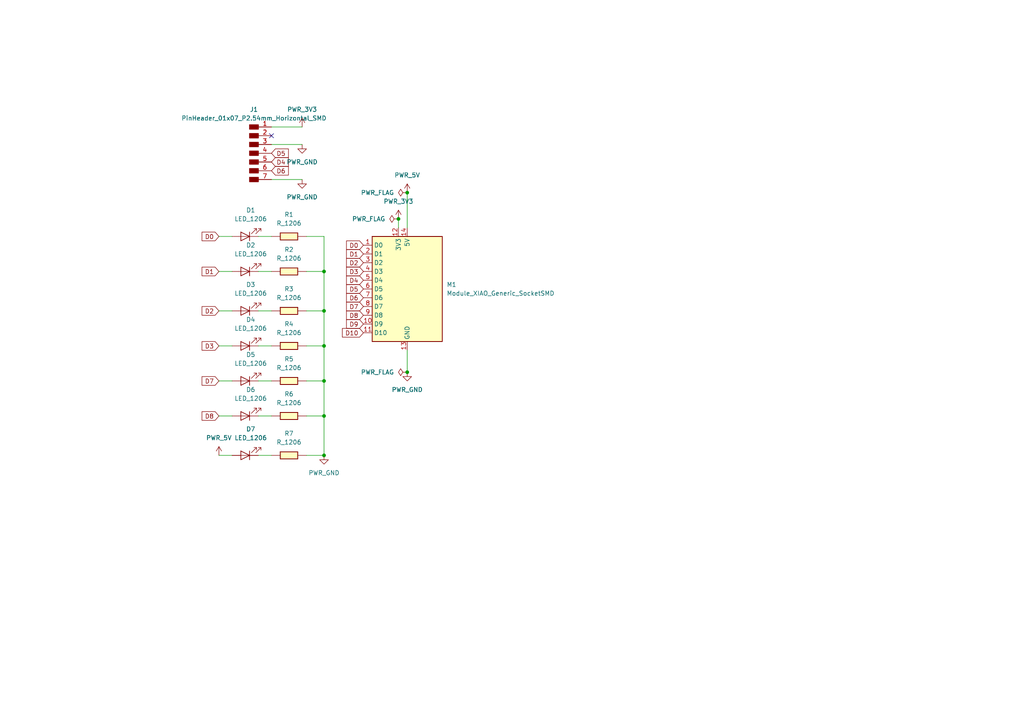
<source format=kicad_sch>
(kicad_sch (version 20231120) (generator "eeschema") (generator_version "8.0")
  (paper "A4")
  (lib_symbols
    (symbol "fab:LED_1206" (pin_numbers hide) (pin_names (offset 1.016) hide)
      (property "Reference" "D" (at 0 2.54 0))
      (property "Value" "LED_1206" (at 0 -2.54 0))
      (symbol "LED_1206_0_1"
        (polyline (pts (xy -1.27 -1.27) (xy -1.27 1.27)) (stroke (width 0.2032)))
        (polyline (pts (xy -1.27 0) (xy 1.27 0)))
        (polyline (pts (xy 1.27 -1.27) (xy 1.27 1.27) (xy -1.27 0) (xy 1.27 -1.27)) (stroke (width 0.2032)))
        (polyline (pts (xy -3.048 -0.762) (xy -4.572 -2.286) (xy -3.81 -2.286) (xy -4.572 -2.286) (xy -4.572 -1.524)))
        (polyline (pts (xy -1.778 -0.762) (xy -3.302 -2.286) (xy -2.54 -2.286) (xy -3.302 -2.286) (xy -3.302 -1.524)))
      )
      (symbol "LED_1206_1_1"
        (pin passive line (at -3.81 0 0) (length 2.54) (name "K") (number "1"))
        (pin passive line (at 3.81 0 180) (length 2.54) (name "A") (number "2"))
      )
    )
    (symbol "fab:Module_XIAO_Generic_SocketSMD"
      (property "Reference" "M" (at -10.16 16.51 0))
      (property "Value" "Module_XIAO_Generic_SocketSMD" (at 1.27 16.51 0))
      (symbol "Module_XIAO_Generic_SocketSMD_1_1"
        (rectangle (start -10.16 15.24) (end 10.16 -15.24) (stroke (width 0.254)) (fill (type background)))
        (pin bidirectional line (at -12.7 12.7 0) (length 2.54) (name "D0") (number "1"))
        (pin bidirectional line (at -12.7 -10.16 0) (length 2.54) (name "D9") (number "10"))
        (pin bidirectional line (at -12.7 -12.7 0) (length 2.54) (name "D10") (number "11"))
        (pin power_in line (at -2.54 17.78 270) (length 2.54) (name "3V3") (number "12"))
        (pin power_in line (at 0 -17.78 90) (length 2.54) (name "GND") (number "13"))
        (pin power_in line (at 0 17.78 270) (length 2.54) (name "5V") (number "14"))
        (pin bidirectional line (at -12.7 10.16 0) (length 2.54) (name "D1") (number "2"))
        (pin bidirectional line (at -12.7 7.62 0) (length 2.54) (name "D2") (number "3"))
        (pin bidirectional line (at -12.7 5.08 0) (length 2.54) (name "D3") (number "4"))
        (pin bidirectional line (at -12.7 2.54 0) (length 2.54) (name "D4") (number "5"))
        (pin bidirectional line (at -12.7 0 0) (length 2.54) (name "D5") (number "6"))
        (pin bidirectional line (at -12.7 -2.54 0) (length 2.54) (name "D6") (number "7"))
        (pin bidirectional line (at -12.7 -5.08 0) (length 2.54) (name "D7") (number "8"))
        (pin bidirectional line (at -12.7 -7.62 0) (length 2.54) (name "D8") (number "9"))
      )
    )
    (symbol "fab:PWR_3V3" (power) (pin_names (offset 0))
      (property "Value" "PWR_3V3" (at 0 3.556 0))
      (symbol "PWR_3V3_0_1"
        (polyline (pts (xy -0.762 1.27) (xy 0 2.54)))
        (polyline (pts (xy 0 0) (xy 0 2.54)))
        (polyline (pts (xy 0 2.54) (xy 0.762 1.27)))
      )
      (symbol "PWR_3V3_1_1"
        (pin power_in line (at 0 0 90) (length 0) hide (name "PWR_3V3") (number "1"))
      )
    )
    (symbol "fab:PWR_5V" (power) (pin_names (offset 0))
      (property "Value" "PWR_5V" (at 0 3.556 0))
      (symbol "PWR_5V_0_1"
        (polyline (pts (xy -0.762 1.27) (xy 0 2.54)))
        (polyline (pts (xy 0 0) (xy 0 2.54)))
        (polyline (pts (xy 0 2.54) (xy 0.762 1.27)))
      )
      (symbol "PWR_5V_1_1"
        (pin power_in line (at 0 0 90) (length 0) hide (name "PWR_5V") (number "1"))
      )
    )
    (symbol "fab:PWR_FLAG" (power) (pin_numbers hide) (pin_names (offset 0) hide)
      (property "Value" "PWR_FLAG" (at 0 3.81 0))
      (symbol "PWR_FLAG_0_1"
        (polyline (pts (xy 0 0) (xy 0 1.27) (xy -1.016 1.905) (xy 0 2.54) (xy 1.016 1.905) (xy 0 1.27)))
      )
      (symbol "PWR_FLAG_1_0"
        (pin power_out line (at 0 0 90) (length 0) (name "PWR_FLAG") (number "1"))
      )
    )
    (symbol "fab:PWR_GND" (power) (pin_names (offset 0))
      (property "Value" "PWR_GND" (at 0 -3.81 0))
      (symbol "PWR_GND_0_1"
        (polyline (pts (xy 0 0) (xy 0 -1.27) (xy 1.27 -1.27) (xy 0 -2.54) (xy -1.27 -1.27) (xy 0 -1.27)))
      )
      (symbol "PWR_GND_1_1"
        (pin power_in line (at 0 0 270) (length 0) hide (name "PWR_GND") (number "1"))
      )
    )
    (symbol "fab:PinHeader_01x07_P2.54mm_Horizontal_SMD" (pin_names hide)
      (property "Reference" "J" (at 0 10.16 0))
      (property "Value" "PinHeader_01x07_P2.54mm_Horizontal_SMD" (at 0 -10.16 0))
      (symbol "PinHeader_01x07_P2.54mm_Horizontal_SMD_1_1"
        (rectangle (start -1.27 -6.985) (end 1.27 -8.255) (stroke (width 0.254)) (fill (type outline)))
        (rectangle (start -1.27 -4.445) (end 1.27 -5.715) (stroke (width 0.254)) (fill (type outline)))
        (rectangle (start -1.27 -1.905) (end 1.27 -3.175) (stroke (width 0.254)) (fill (type outline)))
        (rectangle (start -1.27 0.635) (end 1.27 -0.635) (stroke (width 0.254)) (fill (type outline)))
        (rectangle (start -1.27 3.175) (end 1.27 1.905) (stroke (width 0.254)) (fill (type outline)))
        (rectangle (start -1.27 5.715) (end 1.27 4.445) (stroke (width 0.254)) (fill (type outline)))
        (rectangle (start -1.27 8.255) (end 1.27 6.985) (stroke (width 0.254)) (fill (type outline)))
        (pin passive line (at 5.08 7.62 180) (length 3.81) (name "Pin_1") (number "1"))
        (pin passive line (at 5.08 5.08 180) (length 3.81) (name "Pin_2") (number "2"))
        (pin passive line (at 5.08 2.54 180) (length 3.81) (name "Pin_3") (number "3"))
        (pin passive line (at 5.08 0 180) (length 3.81) (name "Pin_4") (number "4"))
        (pin passive line (at 5.08 -2.54 180) (length 3.81) (name "Pin_5") (number "5"))
        (pin passive line (at 5.08 -5.08 180) (length 3.81) (name "Pin_6") (number "6"))
        (pin passive line (at 5.08 -7.62 180) (length 3.81) (name "Pin_7") (number "7"))
      )
    )
    (symbol "fab:R_1206" (pin_numbers hide) (pin_names (offset 0))
      (property "Reference" "R" (at 2.54 0 90))
      (property "Value" "R_1206" (at -2.54 0 90))
      (symbol "R_1206_0_1"
        (rectangle (start -1.016 -2.54) (end 1.016 2.54) (stroke (width 0.254)) (fill (type background)))
      )
      (symbol "R_1206_1_1"
        (pin passive line (at 0 5.08 270) (length 2.54) (name "~") (number "1"))
        (pin passive line (at 0 -5.08 90) (length 2.54) (name "~") (number "2"))
      )
    )
  )
  (junction (at 93.98 78.74))
  (junction (at 115.57 63.5))
  (junction (at 93.98 110.49))
  (junction (at 93.98 120.65))
  (junction (at 118.11 107.95))
  (junction (at 93.98 132.08))
  (junction (at 118.11 55.88))
  (junction (at 93.98 100.33))
  (junction (at 93.98 90.17))
  (no_connect (at 78.74 39.37))
  (wire (pts (xy 74.93 78.74) (xy 78.74 78.74)))
  (wire (pts (xy 78.74 36.83) (xy 87.63 36.83)))
  (wire (pts (xy 88.9 78.74) (xy 93.98 78.74)))
  (wire (pts (xy 74.93 100.33) (xy 78.74 100.33)))
  (wire (pts (xy 115.57 63.5) (xy 115.57 66.04)))
  (wire (pts (xy 88.9 68.58) (xy 93.98 68.58)))
  (wire (pts (xy 78.74 52.07) (xy 87.63 52.07)))
  (wire (pts (xy 74.93 132.08) (xy 78.74 132.08)))
  (wire (pts (xy 93.98 110.49) (xy 93.98 120.65)))
  (wire (pts (xy 93.98 100.33) (xy 93.98 110.49)))
  (wire (pts (xy 63.5 100.33) (xy 67.31 100.33)))
  (wire (pts (xy 118.11 107.95) (xy 118.11 101.6)))
  (wire (pts (xy 78.74 41.91) (xy 87.63 41.91)))
  (wire (pts (xy 63.5 120.65) (xy 67.31 120.65)))
  (wire (pts (xy 93.98 78.74) (xy 93.98 90.17)))
  (wire (pts (xy 63.5 132.08) (xy 67.31 132.08)))
  (wire (pts (xy 74.93 110.49) (xy 78.74 110.49)))
  (wire (pts (xy 63.5 90.17) (xy 67.31 90.17)))
  (wire (pts (xy 63.5 110.49) (xy 67.31 110.49)))
  (wire (pts (xy 88.9 90.17) (xy 93.98 90.17)))
  (wire (pts (xy 93.98 120.65) (xy 93.98 132.08)))
  (wire (pts (xy 88.9 120.65) (xy 93.98 120.65)))
  (wire (pts (xy 63.5 78.74) (xy 67.31 78.74)))
  (wire (pts (xy 118.11 55.88) (xy 118.11 66.04)))
  (wire (pts (xy 74.93 90.17) (xy 78.74 90.17)))
  (wire (pts (xy 74.93 120.65) (xy 78.74 120.65)))
  (wire (pts (xy 88.9 132.08) (xy 93.98 132.08)))
  (wire (pts (xy 88.9 100.33) (xy 93.98 100.33)))
  (wire (pts (xy 74.93 68.58) (xy 78.74 68.58)))
  (wire (pts (xy 93.98 68.58) (xy 93.98 78.74)))
  (wire (pts (xy 93.98 90.17) (xy 93.98 100.33)))
  (wire (pts (xy 63.5 68.58) (xy 67.31 68.58)))
  (wire (pts (xy 88.9 110.49) (xy 93.98 110.49)))
  (global_label "D10" (shape input) (at 105.41 96.52 180) (property "Intersheetrefs" "${INTERSHEET_REFS}" (effects (hide yes))))
  (global_label "D8" (shape input) (at 105.41 91.44 180) (property "Intersheetrefs" "${INTERSHEET_REFS}" (effects (hide yes))))
  (global_label "D0" (shape input) (at 63.5 68.58 180) (property "Intersheetrefs" "${INTERSHEET_REFS}" (effects (hide yes))))
  (global_label "D9" (shape input) (at 105.41 93.98 180) (property "Intersheetrefs" "${INTERSHEET_REFS}" (effects (hide yes))))
  (global_label "D6" (shape input) (at 78.74 49.53 0) (property "Intersheetrefs" "${INTERSHEET_REFS}" (effects (hide yes))))
  (global_label "D2" (shape input) (at 105.41 76.2 180) (property "Intersheetrefs" "${INTERSHEET_REFS}" (effects (hide yes))))
  (global_label "D8" (shape input) (at 63.5 120.65 180) (property "Intersheetrefs" "${INTERSHEET_REFS}" (effects (hide yes))))
  (global_label "D3" (shape input) (at 105.41 78.74 180) (property "Intersheetrefs" "${INTERSHEET_REFS}" (effects (hide yes))))
  (global_label "D2" (shape input) (at 63.5 90.17 180) (property "Intersheetrefs" "${INTERSHEET_REFS}" (effects (hide yes))))
  (global_label "D7" (shape input) (at 63.5 110.49 180) (property "Intersheetrefs" "${INTERSHEET_REFS}" (effects (hide yes))))
  (global_label "D4" (shape input) (at 105.41 81.28 180) (property "Intersheetrefs" "${INTERSHEET_REFS}" (effects (hide yes))))
  (global_label "D0" (shape input) (at 105.41 71.12 180) (property "Intersheetrefs" "${INTERSHEET_REFS}" (effects (hide yes))))
  (global_label "D4" (shape input) (at 78.74 46.99 0) (property "Intersheetrefs" "${INTERSHEET_REFS}" (effects (hide yes))))
  (global_label "D5" (shape input) (at 105.41 83.82 180) (property "Intersheetrefs" "${INTERSHEET_REFS}" (effects (hide yes))))
  (global_label "D5" (shape input) (at 78.74 44.45 0) (property "Intersheetrefs" "${INTERSHEET_REFS}" (effects (hide yes))))
  (global_label "D7" (shape input) (at 105.41 88.9 180) (property "Intersheetrefs" "${INTERSHEET_REFS}" (effects (hide yes))))
  (global_label "D1" (shape input) (at 63.5 78.74 180) (property "Intersheetrefs" "${INTERSHEET_REFS}" (effects (hide yes))))
  (global_label "D6" (shape input) (at 105.41 86.36 180) (property "Intersheetrefs" "${INTERSHEET_REFS}" (effects (hide yes))))
  (global_label "D3" (shape input) (at 63.5 100.33 180) (property "Intersheetrefs" "${INTERSHEET_REFS}" (effects (hide yes))))
  (global_label "D1" (shape input) (at 105.41 73.66 180) (property "Intersheetrefs" "${INTERSHEET_REFS}" (effects (hide yes))))
  (symbol (lib_id "fab:LED_1206") (at 71.12 100.33 180) (unit 1)
    (property "Reference" "D4" (at 72.7202 92.71 0))
    (property "Value" "LED_1206" (at 72.7202 95.25 0))
    (property "Footprint" "fab:LED_1206" (effects (hide yes)))
    (property "Datasheet" "https://optoelectronics.liteon.com/upload/download/DS-22-98-0002/LTST-C150CKT.pdf" (effects (hide yes)))
    (property "Description" "Light emitting diode, Lite-On Inc. LTST, SMD" (effects (hide yes)))
  )
  (symbol (lib_id "fab:PWR_GND") (at 118.11 107.95 0) (unit 1)
    (property "Reference" "#PWR1" (effects (hide yes)))
    (property "Value" "PWR_GND" (at 118.11 113.03 0))
    (property "Description" "Power symbol creates a global label with name \"GND\" , ground" (effects (hide yes)))
  )
  (symbol (lib_id "fab:R_1206") (at 83.82 110.49 90) (unit 1)
    (property "Reference" "R5" (at 83.82 104.14 90))
    (property "Value" "R_1206" (at 83.82 106.68 90))
    (property "Footprint" "fab:R_1206" (effects (hide yes)))
    (property "Description" "Resistor" (effects (hide yes)))
  )
  (symbol (lib_id "fab:PWR_5V") (at 118.11 55.88 0) (unit 1)
    (property "Reference" "#PWR3" (effects (hide yes)))
    (property "Value" "PWR_5V" (at 118.11 50.8 0))
    (property "Description" "Power symbol creates a global label with name \"+5V\"" (effects (hide yes)))
  )
  (symbol (lib_id "fab:R_1206") (at 83.82 78.74 90) (unit 1)
    (property "Reference" "R2" (at 83.82 72.39 90))
    (property "Value" "R_1206" (at 83.82 74.93 90))
    (property "Footprint" "fab:R_1206" (effects (hide yes)))
    (property "Description" "Resistor" (effects (hide yes)))
  )
  (symbol (lib_id "fab:R_1206") (at 83.82 120.65 90) (unit 1)
    (property "Reference" "R6" (at 83.82 114.3 90))
    (property "Value" "R_1206" (at 83.82 116.84 90))
    (property "Footprint" "fab:R_1206" (effects (hide yes)))
    (property "Description" "Resistor" (effects (hide yes)))
  )
  (symbol (lib_id "fab:LED_1206") (at 71.12 68.58 180) (unit 1)
    (property "Reference" "D1" (at 72.7202 60.96 0))
    (property "Value" "LED_1206" (at 72.7202 63.5 0))
    (property "Footprint" "fab:LED_1206" (effects (hide yes)))
    (property "Datasheet" "https://optoelectronics.liteon.com/upload/download/DS-22-98-0002/LTST-C150CKT.pdf" (effects (hide yes)))
    (property "Description" "Light emitting diode, Lite-On Inc. LTST, SMD" (effects (hide yes)))
  )
  (symbol (lib_id "fab:PWR_FLAG") (at 118.11 107.95 90) (unit 1)
    (property "Reference" "#FLG3" (effects (hide yes)))
    (property "Value" "PWR_FLAG" (at 114.3 107.9499 90) (effects (justify left)))
    (property "Description" "Special symbol for telling ERC where power comes from" (effects (hide yes)))
  )
  (symbol (lib_id "fab:PWR_FLAG") (at 115.57 63.5 90) (unit 1)
    (property "Reference" "#FLG1" (effects (hide yes)))
    (property "Value" "PWR_FLAG" (at 111.76 63.4999 90) (effects (justify left)))
    (property "Description" "Special symbol for telling ERC where power comes from" (effects (hide yes)))
  )
  (symbol (lib_id "fab:PWR_5V") (at 63.5 132.08 0) (unit 1)
    (property "Reference" "#PWR7" (effects (hide yes)))
    (property "Value" "PWR_5V" (at 63.5 127 0))
    (property "Description" "Power symbol creates a global label with name \"+5V\"" (effects (hide yes)))
  )
  (symbol (lib_id "fab:PWR_GND") (at 87.63 41.91 0) (unit 1)
    (property "Reference" "#PWR4" (effects (hide yes)))
    (property "Value" "PWR_GND" (at 87.63 46.99 0))
    (property "Description" "Power symbol creates a global label with name \"GND\" , ground" (effects (hide yes)))
  )
  (symbol (lib_id "fab:PWR_GND") (at 93.98 132.08 0) (unit 1)
    (property "Reference" "#PWR8" (effects (hide yes)))
    (property "Value" "PWR_GND" (at 93.98 137.16 0))
    (property "Description" "Power symbol creates a global label with name \"GND\" , ground" (effects (hide yes)))
  )
  (symbol (lib_id "fab:PWR_GND") (at 87.63 52.07 0) (unit 1)
    (property "Reference" "#PWR5" (effects (hide yes)))
    (property "Value" "PWR_GND" (at 87.63 57.15 0))
    (property "Description" "Power symbol creates a global label with name \"GND\" , ground" (effects (hide yes)))
  )
  (symbol (lib_id "fab:Module_XIAO_Generic_SocketSMD") (at 118.11 83.82 0) (unit 1)
    (property "Reference" "M1" (at 129.54 82.5499 0) (effects (justify left)))
    (property "Value" "Module_XIAO_Generic_SocketSMD" (at 129.54 85.0899 0) (effects (justify left)))
    (property "Footprint" "fab:Module_XIAO_Generic_SocketSMD" (effects (hide yes)))
    (property "Datasheet" "https://wiki.seeedstudio.com/xiao_topic_page/" (effects (hide yes)))
    (property "Description" "The Seeed Studio XIAO series, named after the Chinese word for \"small,\" comprises tiny development boards based on various hardware platforms of ESP32, SAMD21, RP2040, nRF52840, RP2350 and RA4M1, MG24" (effects (hide yes)))
  )
  (symbol (lib_id "fab:PWR_FLAG") (at 118.11 55.88 90) (unit 1)
    (property "Reference" "#FLG2" (effects (hide yes)))
    (property "Value" "PWR_FLAG" (at 114.3 55.8799 90) (effects (justify left)))
    (property "Description" "Special symbol for telling ERC where power comes from" (effects (hide yes)))
  )
  (symbol (lib_id "fab:R_1206") (at 83.82 68.58 90) (unit 1)
    (property "Reference" "R1" (at 83.82 62.23 90))
    (property "Value" "R_1206" (at 83.82 64.77 90))
    (property "Footprint" "fab:R_1206" (effects (hide yes)))
    (property "Description" "Resistor" (effects (hide yes)))
  )
  (symbol (lib_id "fab:R_1206") (at 83.82 100.33 90) (unit 1)
    (property "Reference" "R4" (at 83.82 93.98 90))
    (property "Value" "R_1206" (at 83.82 96.52 90))
    (property "Footprint" "fab:R_1206" (effects (hide yes)))
    (property "Description" "Resistor" (effects (hide yes)))
  )
  (symbol (lib_id "fab:LED_1206") (at 71.12 78.74 180) (unit 1)
    (property "Reference" "D2" (at 72.7202 71.12 0))
    (property "Value" "LED_1206" (at 72.7202 73.66 0))
    (property "Footprint" "fab:LED_1206" (effects (hide yes)))
    (property "Datasheet" "https://optoelectronics.liteon.com/upload/download/DS-22-98-0002/LTST-C150CKT.pdf" (effects (hide yes)))
    (property "Description" "Light emitting diode, Lite-On Inc. LTST, SMD" (effects (hide yes)))
  )
  (symbol (lib_id "fab:PWR_3V3") (at 115.57 63.5 0) (unit 1)
    (property "Reference" "#PWR2" (effects (hide yes)))
    (property "Value" "PWR_3V3" (at 115.57 58.42 0))
    (property "Description" "Power symbol creates a global label with name \"+3V3\"" (effects (hide yes)))
  )
  (symbol (lib_id "fab:R_1206") (at 83.82 132.08 90) (unit 1)
    (property "Reference" "R7" (at 83.82 125.73 90))
    (property "Value" "R_1206" (at 83.82 128.27 90))
    (property "Footprint" "fab:R_1206" (effects (hide yes)))
    (property "Description" "Resistor" (effects (hide yes)))
  )
  (symbol (lib_id "fab:LED_1206") (at 71.12 132.08 180) (unit 1)
    (property "Reference" "D7" (at 72.7202 124.46 0))
    (property "Value" "LED_1206" (at 72.7202 127 0))
    (property "Footprint" "fab:LED_1206" (effects (hide yes)))
    (property "Datasheet" "https://optoelectronics.liteon.com/upload/download/DS-22-98-0002/LTST-C150CKT.pdf" (effects (hide yes)))
    (property "Description" "Light emitting diode, Lite-On Inc. LTST, SMD" (effects (hide yes)))
  )
  (symbol (lib_id "fab:R_1206") (at 83.82 90.17 90) (unit 1)
    (property "Reference" "R3" (at 83.82 83.82 90))
    (property "Value" "R_1206" (at 83.82 86.36 90))
    (property "Footprint" "fab:R_1206" (effects (hide yes)))
    (property "Description" "Resistor" (effects (hide yes)))
  )
  (symbol (lib_id "fab:PinHeader_01x07_P2.54mm_Horizontal_SMD") (at 73.66 44.45 0) (unit 1)
    (property "Reference" "J1" (at 73.66 31.75 0))
    (property "Value" "PinHeader_01x07_P2.54mm_Horizontal_SMD" (at 73.66 34.29 0))
    (property "Footprint" "fab:PinHeader_01x07_P2.54mm_Horizontal_SMD" (effects (hide yes)))
    (property "Description" "Male connector, single row" (effects (hide yes)))
  )
  (symbol (lib_id "fab:PWR_3V3") (at 87.63 36.83 0) (unit 1)
    (property "Reference" "#PWR6" (effects (hide yes)))
    (property "Value" "PWR_3V3" (at 87.63 31.75 0))
    (property "Description" "Power symbol creates a global label with name \"+3V3\"" (effects (hide yes)))
  )
  (symbol (lib_id "fab:LED_1206") (at 71.12 110.49 180) (unit 1)
    (property "Reference" "D5" (at 72.7202 102.87 0))
    (property "Value" "LED_1206" (at 72.7202 105.41 0))
    (property "Footprint" "fab:LED_1206" (effects (hide yes)))
    (property "Datasheet" "https://optoelectronics.liteon.com/upload/download/DS-22-98-0002/LTST-C150CKT.pdf" (effects (hide yes)))
    (property "Description" "Light emitting diode, Lite-On Inc. LTST, SMD" (effects (hide yes)))
  )
  (symbol (lib_id "fab:LED_1206") (at 71.12 120.65 180) (unit 1)
    (property "Reference" "D6" (at 72.7202 113.03 0))
    (property "Value" "LED_1206" (at 72.7202 115.57 0))
    (property "Footprint" "fab:LED_1206" (effects (hide yes)))
    (property "Datasheet" "https://optoelectronics.liteon.com/upload/download/DS-22-98-0002/LTST-C150CKT.pdf" (effects (hide yes)))
    (property "Description" "Light emitting diode, Lite-On Inc. LTST, SMD" (effects (hide yes)))
  )
  (symbol (lib_id "fab:LED_1206") (at 71.12 90.17 180) (unit 1)
    (property "Reference" "D3" (at 72.7202 82.55 0))
    (property "Value" "LED_1206" (at 72.7202 85.09 0))
    (property "Footprint" "fab:LED_1206" (effects (hide yes)))
    (property "Datasheet" "https://optoelectronics.liteon.com/upload/download/DS-22-98-0002/LTST-C150CKT.pdf" (effects (hide yes)))
    (property "Description" "Light emitting diode, Lite-On Inc. LTST, SMD" (effects (hide yes)))
  )
)
</source>
